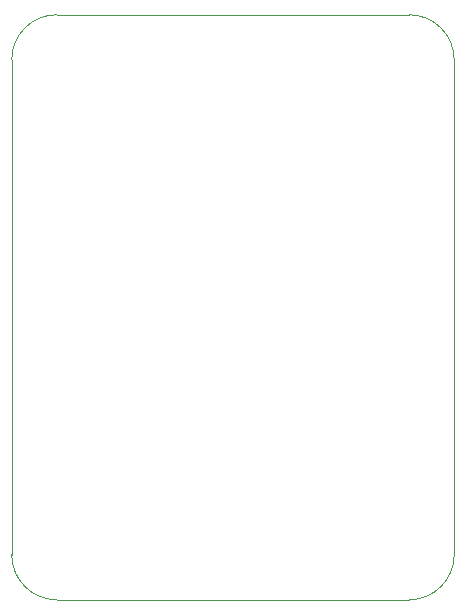
<source format=gko>
G04 (created by PCBNEW (2013-may-18)-stable) date Tue 26 May 2015 10:23:06 PM CEST*
%MOIN*%
G04 Gerber Fmt 3.4, Leading zero omitted, Abs format*
%FSLAX34Y34*%
G01*
G70*
G90*
G04 APERTURE LIST*
%ADD10C,0.00590551*%
%ADD11C,0.00393701*%
G04 APERTURE END LIST*
G54D10*
G54D11*
X58500Y-44500D02*
X58500Y-61000D01*
X71750Y-43000D02*
X60000Y-43000D01*
X73250Y-61000D02*
X73250Y-44500D01*
X60000Y-62500D02*
X71750Y-62500D01*
X58500Y-61000D02*
G75*
G03X60000Y-62500I1500J0D01*
G74*
G01*
X71750Y-62500D02*
G75*
G03X73250Y-61000I0J1500D01*
G74*
G01*
X73250Y-44500D02*
G75*
G03X71750Y-43000I-1500J0D01*
G74*
G01*
X60000Y-43000D02*
G75*
G03X58500Y-44500I0J-1500D01*
G74*
G01*
M02*

</source>
